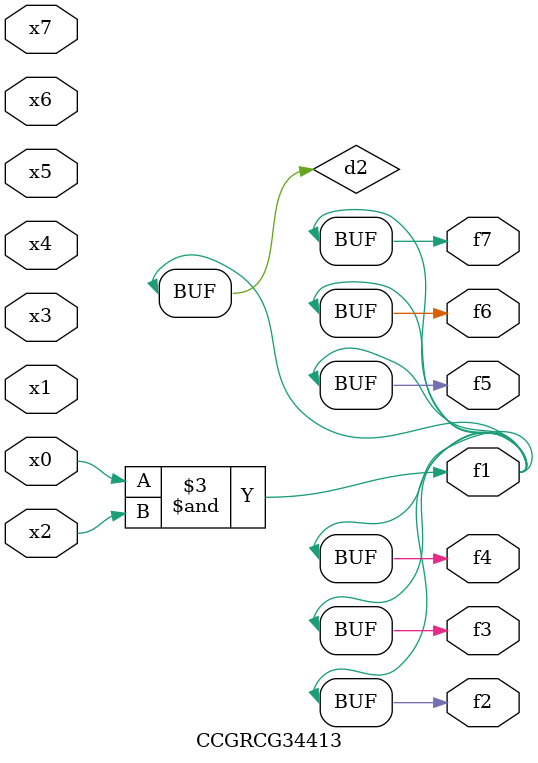
<source format=v>
module CCGRCG34413(
	input x0, x1, x2, x3, x4, x5, x6, x7,
	output f1, f2, f3, f4, f5, f6, f7
);

	wire d1, d2;

	nor (d1, x3, x6);
	and (d2, x0, x2);
	assign f1 = d2;
	assign f2 = d2;
	assign f3 = d2;
	assign f4 = d2;
	assign f5 = d2;
	assign f6 = d2;
	assign f7 = d2;
endmodule

</source>
